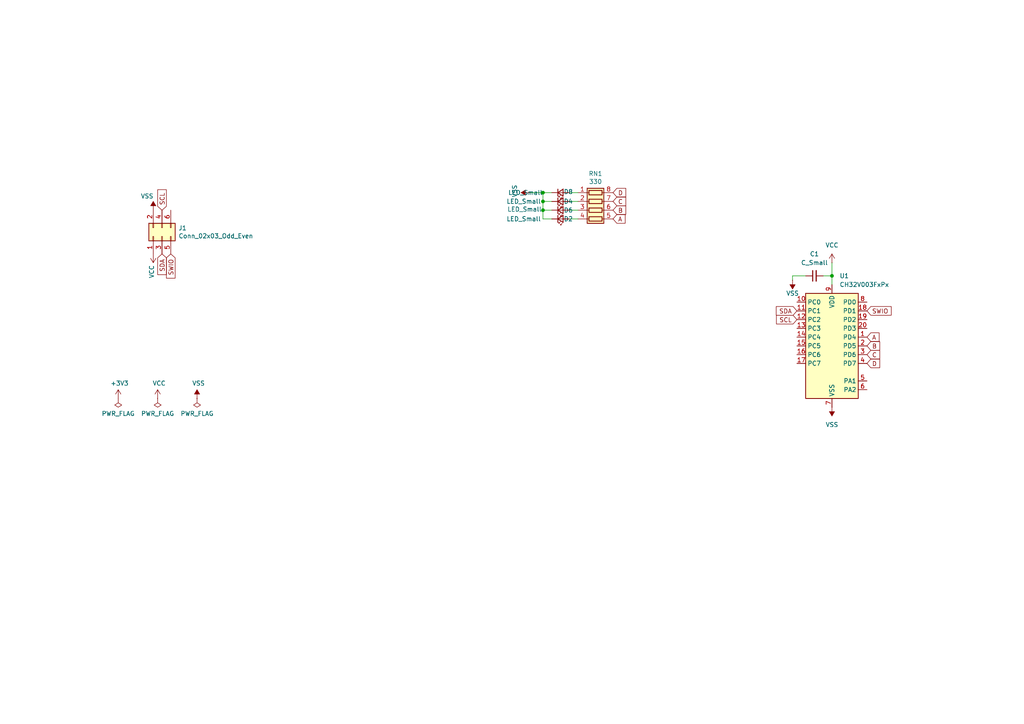
<source format=kicad_sch>
(kicad_sch
	(version 20250114)
	(generator "eeschema")
	(generator_version "9.0")
	(uuid "1ae8329c-8452-4f07-bddc-d8f19c58b895")
	(paper "A4")
	(lib_symbols
		(symbol "Connector_Generic:Conn_02x03_Odd_Even"
			(pin_names
				(offset 1.016)
				(hide yes)
			)
			(exclude_from_sim no)
			(in_bom yes)
			(on_board yes)
			(property "Reference" "J"
				(at 1.27 5.08 0)
				(effects
					(font
						(size 1.27 1.27)
					)
				)
			)
			(property "Value" "Conn_02x03_Odd_Even"
				(at 1.27 -5.08 0)
				(effects
					(font
						(size 1.27 1.27)
					)
				)
			)
			(property "Footprint" ""
				(at 0 0 0)
				(effects
					(font
						(size 1.27 1.27)
					)
					(hide yes)
				)
			)
			(property "Datasheet" "~"
				(at 0 0 0)
				(effects
					(font
						(size 1.27 1.27)
					)
					(hide yes)
				)
			)
			(property "Description" "Generic connector, double row, 02x03, odd/even pin numbering scheme (row 1 odd numbers, row 2 even numbers), script generated (kicad-library-utils/schlib/autogen/connector/)"
				(at 0 0 0)
				(effects
					(font
						(size 1.27 1.27)
					)
					(hide yes)
				)
			)
			(property "ki_keywords" "connector"
				(at 0 0 0)
				(effects
					(font
						(size 1.27 1.27)
					)
					(hide yes)
				)
			)
			(property "ki_fp_filters" "Connector*:*_2x??_*"
				(at 0 0 0)
				(effects
					(font
						(size 1.27 1.27)
					)
					(hide yes)
				)
			)
			(symbol "Conn_02x03_Odd_Even_1_1"
				(rectangle
					(start -1.27 3.81)
					(end 3.81 -3.81)
					(stroke
						(width 0.254)
						(type default)
					)
					(fill
						(type background)
					)
				)
				(rectangle
					(start -1.27 2.667)
					(end 0 2.413)
					(stroke
						(width 0.1524)
						(type default)
					)
					(fill
						(type none)
					)
				)
				(rectangle
					(start -1.27 0.127)
					(end 0 -0.127)
					(stroke
						(width 0.1524)
						(type default)
					)
					(fill
						(type none)
					)
				)
				(rectangle
					(start -1.27 -2.413)
					(end 0 -2.667)
					(stroke
						(width 0.1524)
						(type default)
					)
					(fill
						(type none)
					)
				)
				(rectangle
					(start 3.81 2.667)
					(end 2.54 2.413)
					(stroke
						(width 0.1524)
						(type default)
					)
					(fill
						(type none)
					)
				)
				(rectangle
					(start 3.81 0.127)
					(end 2.54 -0.127)
					(stroke
						(width 0.1524)
						(type default)
					)
					(fill
						(type none)
					)
				)
				(rectangle
					(start 3.81 -2.413)
					(end 2.54 -2.667)
					(stroke
						(width 0.1524)
						(type default)
					)
					(fill
						(type none)
					)
				)
				(pin passive line
					(at -5.08 2.54 0)
					(length 3.81)
					(name "Pin_1"
						(effects
							(font
								(size 1.27 1.27)
							)
						)
					)
					(number "1"
						(effects
							(font
								(size 1.27 1.27)
							)
						)
					)
				)
				(pin passive line
					(at -5.08 0 0)
					(length 3.81)
					(name "Pin_3"
						(effects
							(font
								(size 1.27 1.27)
							)
						)
					)
					(number "3"
						(effects
							(font
								(size 1.27 1.27)
							)
						)
					)
				)
				(pin passive line
					(at -5.08 -2.54 0)
					(length 3.81)
					(name "Pin_5"
						(effects
							(font
								(size 1.27 1.27)
							)
						)
					)
					(number "5"
						(effects
							(font
								(size 1.27 1.27)
							)
						)
					)
				)
				(pin passive line
					(at 7.62 2.54 180)
					(length 3.81)
					(name "Pin_2"
						(effects
							(font
								(size 1.27 1.27)
							)
						)
					)
					(number "2"
						(effects
							(font
								(size 1.27 1.27)
							)
						)
					)
				)
				(pin passive line
					(at 7.62 0 180)
					(length 3.81)
					(name "Pin_4"
						(effects
							(font
								(size 1.27 1.27)
							)
						)
					)
					(number "4"
						(effects
							(font
								(size 1.27 1.27)
							)
						)
					)
				)
				(pin passive line
					(at 7.62 -2.54 180)
					(length 3.81)
					(name "Pin_6"
						(effects
							(font
								(size 1.27 1.27)
							)
						)
					)
					(number "6"
						(effects
							(font
								(size 1.27 1.27)
							)
						)
					)
				)
			)
			(embedded_fonts no)
		)
		(symbol "Device:C_Small"
			(pin_numbers
				(hide yes)
			)
			(pin_names
				(offset 0.254)
				(hide yes)
			)
			(exclude_from_sim no)
			(in_bom yes)
			(on_board yes)
			(property "Reference" "C"
				(at 0.254 1.778 0)
				(effects
					(font
						(size 1.27 1.27)
					)
					(justify left)
				)
			)
			(property "Value" "C_Small"
				(at 0.254 -2.032 0)
				(effects
					(font
						(size 1.27 1.27)
					)
					(justify left)
				)
			)
			(property "Footprint" ""
				(at 0 0 0)
				(effects
					(font
						(size 1.27 1.27)
					)
					(hide yes)
				)
			)
			(property "Datasheet" "~"
				(at 0 0 0)
				(effects
					(font
						(size 1.27 1.27)
					)
					(hide yes)
				)
			)
			(property "Description" "Unpolarized capacitor, small symbol"
				(at 0 0 0)
				(effects
					(font
						(size 1.27 1.27)
					)
					(hide yes)
				)
			)
			(property "ki_keywords" "capacitor cap"
				(at 0 0 0)
				(effects
					(font
						(size 1.27 1.27)
					)
					(hide yes)
				)
			)
			(property "ki_fp_filters" "C_*"
				(at 0 0 0)
				(effects
					(font
						(size 1.27 1.27)
					)
					(hide yes)
				)
			)
			(symbol "C_Small_0_1"
				(polyline
					(pts
						(xy -1.524 0.508) (xy 1.524 0.508)
					)
					(stroke
						(width 0.3048)
						(type default)
					)
					(fill
						(type none)
					)
				)
				(polyline
					(pts
						(xy -1.524 -0.508) (xy 1.524 -0.508)
					)
					(stroke
						(width 0.3302)
						(type default)
					)
					(fill
						(type none)
					)
				)
			)
			(symbol "C_Small_1_1"
				(pin passive line
					(at 0 2.54 270)
					(length 2.032)
					(name "~"
						(effects
							(font
								(size 1.27 1.27)
							)
						)
					)
					(number "1"
						(effects
							(font
								(size 1.27 1.27)
							)
						)
					)
				)
				(pin passive line
					(at 0 -2.54 90)
					(length 2.032)
					(name "~"
						(effects
							(font
								(size 1.27 1.27)
							)
						)
					)
					(number "2"
						(effects
							(font
								(size 1.27 1.27)
							)
						)
					)
				)
			)
			(embedded_fonts no)
		)
		(symbol "Device:LED_Small"
			(pin_numbers
				(hide yes)
			)
			(pin_names
				(offset 0.254)
				(hide yes)
			)
			(exclude_from_sim no)
			(in_bom yes)
			(on_board yes)
			(property "Reference" "D"
				(at -1.27 3.175 0)
				(effects
					(font
						(size 1.27 1.27)
					)
					(justify left)
				)
			)
			(property "Value" "LED_Small"
				(at -4.445 -2.54 0)
				(effects
					(font
						(size 1.27 1.27)
					)
					(justify left)
				)
			)
			(property "Footprint" ""
				(at 0 0 90)
				(effects
					(font
						(size 1.27 1.27)
					)
					(hide yes)
				)
			)
			(property "Datasheet" "~"
				(at 0 0 90)
				(effects
					(font
						(size 1.27 1.27)
					)
					(hide yes)
				)
			)
			(property "Description" "Light emitting diode, small symbol"
				(at 0 0 0)
				(effects
					(font
						(size 1.27 1.27)
					)
					(hide yes)
				)
			)
			(property "Sim.Pin" "1=K 2=A"
				(at 0 0 0)
				(effects
					(font
						(size 1.27 1.27)
					)
					(hide yes)
				)
			)
			(property "ki_keywords" "LED diode light-emitting-diode"
				(at 0 0 0)
				(effects
					(font
						(size 1.27 1.27)
					)
					(hide yes)
				)
			)
			(property "ki_fp_filters" "LED* LED_SMD:* LED_THT:*"
				(at 0 0 0)
				(effects
					(font
						(size 1.27 1.27)
					)
					(hide yes)
				)
			)
			(symbol "LED_Small_0_1"
				(polyline
					(pts
						(xy -0.762 -1.016) (xy -0.762 1.016)
					)
					(stroke
						(width 0.254)
						(type default)
					)
					(fill
						(type none)
					)
				)
				(polyline
					(pts
						(xy 0 0.762) (xy -0.508 1.27) (xy -0.254 1.27) (xy -0.508 1.27) (xy -0.508 1.016)
					)
					(stroke
						(width 0)
						(type default)
					)
					(fill
						(type none)
					)
				)
				(polyline
					(pts
						(xy 0.508 1.27) (xy 0 1.778) (xy 0.254 1.778) (xy 0 1.778) (xy 0 1.524)
					)
					(stroke
						(width 0)
						(type default)
					)
					(fill
						(type none)
					)
				)
				(polyline
					(pts
						(xy 0.762 -1.016) (xy -0.762 0) (xy 0.762 1.016) (xy 0.762 -1.016)
					)
					(stroke
						(width 0.254)
						(type default)
					)
					(fill
						(type none)
					)
				)
				(polyline
					(pts
						(xy 1.016 0) (xy -0.762 0)
					)
					(stroke
						(width 0)
						(type default)
					)
					(fill
						(type none)
					)
				)
			)
			(symbol "LED_Small_1_1"
				(pin passive line
					(at -2.54 0 0)
					(length 1.778)
					(name "K"
						(effects
							(font
								(size 1.27 1.27)
							)
						)
					)
					(number "1"
						(effects
							(font
								(size 1.27 1.27)
							)
						)
					)
				)
				(pin passive line
					(at 2.54 0 180)
					(length 1.778)
					(name "A"
						(effects
							(font
								(size 1.27 1.27)
							)
						)
					)
					(number "2"
						(effects
							(font
								(size 1.27 1.27)
							)
						)
					)
				)
			)
			(embedded_fonts no)
		)
		(symbol "Device:R_Pack04"
			(pin_names
				(offset 0)
				(hide yes)
			)
			(exclude_from_sim no)
			(in_bom yes)
			(on_board yes)
			(property "Reference" "RN"
				(at -7.62 0 90)
				(effects
					(font
						(size 1.27 1.27)
					)
				)
			)
			(property "Value" "R_Pack04"
				(at 5.08 0 90)
				(effects
					(font
						(size 1.27 1.27)
					)
				)
			)
			(property "Footprint" ""
				(at 6.985 0 90)
				(effects
					(font
						(size 1.27 1.27)
					)
					(hide yes)
				)
			)
			(property "Datasheet" "~"
				(at 0 0 0)
				(effects
					(font
						(size 1.27 1.27)
					)
					(hide yes)
				)
			)
			(property "Description" "4 resistor network, parallel topology"
				(at 0 0 0)
				(effects
					(font
						(size 1.27 1.27)
					)
					(hide yes)
				)
			)
			(property "ki_keywords" "R network parallel topology isolated"
				(at 0 0 0)
				(effects
					(font
						(size 1.27 1.27)
					)
					(hide yes)
				)
			)
			(property "ki_fp_filters" "DIP* SOIC* R*Array*Concave* R*Array*Convex* MSOP*"
				(at 0 0 0)
				(effects
					(font
						(size 1.27 1.27)
					)
					(hide yes)
				)
			)
			(symbol "R_Pack04_0_1"
				(rectangle
					(start -6.35 -2.413)
					(end 3.81 2.413)
					(stroke
						(width 0.254)
						(type default)
					)
					(fill
						(type background)
					)
				)
				(rectangle
					(start -5.715 1.905)
					(end -4.445 -1.905)
					(stroke
						(width 0.254)
						(type default)
					)
					(fill
						(type none)
					)
				)
				(polyline
					(pts
						(xy -5.08 1.905) (xy -5.08 2.54)
					)
					(stroke
						(width 0)
						(type default)
					)
					(fill
						(type none)
					)
				)
				(polyline
					(pts
						(xy -5.08 -2.54) (xy -5.08 -1.905)
					)
					(stroke
						(width 0)
						(type default)
					)
					(fill
						(type none)
					)
				)
				(rectangle
					(start -3.175 1.905)
					(end -1.905 -1.905)
					(stroke
						(width 0.254)
						(type default)
					)
					(fill
						(type none)
					)
				)
				(polyline
					(pts
						(xy -2.54 1.905) (xy -2.54 2.54)
					)
					(stroke
						(width 0)
						(type default)
					)
					(fill
						(type none)
					)
				)
				(polyline
					(pts
						(xy -2.54 -2.54) (xy -2.54 -1.905)
					)
					(stroke
						(width 0)
						(type default)
					)
					(fill
						(type none)
					)
				)
				(rectangle
					(start -0.635 1.905)
					(end 0.635 -1.905)
					(stroke
						(width 0.254)
						(type default)
					)
					(fill
						(type none)
					)
				)
				(polyline
					(pts
						(xy 0 1.905) (xy 0 2.54)
					)
					(stroke
						(width 0)
						(type default)
					)
					(fill
						(type none)
					)
				)
				(polyline
					(pts
						(xy 0 -2.54) (xy 0 -1.905)
					)
					(stroke
						(width 0)
						(type default)
					)
					(fill
						(type none)
					)
				)
				(rectangle
					(start 1.905 1.905)
					(end 3.175 -1.905)
					(stroke
						(width 0.254)
						(type default)
					)
					(fill
						(type none)
					)
				)
				(polyline
					(pts
						(xy 2.54 1.905) (xy 2.54 2.54)
					)
					(stroke
						(width 0)
						(type default)
					)
					(fill
						(type none)
					)
				)
				(polyline
					(pts
						(xy 2.54 -2.54) (xy 2.54 -1.905)
					)
					(stroke
						(width 0)
						(type default)
					)
					(fill
						(type none)
					)
				)
			)
			(symbol "R_Pack04_1_1"
				(pin passive line
					(at -5.08 5.08 270)
					(length 2.54)
					(name "R1.2"
						(effects
							(font
								(size 1.27 1.27)
							)
						)
					)
					(number "8"
						(effects
							(font
								(size 1.27 1.27)
							)
						)
					)
				)
				(pin passive line
					(at -5.08 -5.08 90)
					(length 2.54)
					(name "R1.1"
						(effects
							(font
								(size 1.27 1.27)
							)
						)
					)
					(number "1"
						(effects
							(font
								(size 1.27 1.27)
							)
						)
					)
				)
				(pin passive line
					(at -2.54 5.08 270)
					(length 2.54)
					(name "R2.2"
						(effects
							(font
								(size 1.27 1.27)
							)
						)
					)
					(number "7"
						(effects
							(font
								(size 1.27 1.27)
							)
						)
					)
				)
				(pin passive line
					(at -2.54 -5.08 90)
					(length 2.54)
					(name "R2.1"
						(effects
							(font
								(size 1.27 1.27)
							)
						)
					)
					(number "2"
						(effects
							(font
								(size 1.27 1.27)
							)
						)
					)
				)
				(pin passive line
					(at 0 5.08 270)
					(length 2.54)
					(name "R3.2"
						(effects
							(font
								(size 1.27 1.27)
							)
						)
					)
					(number "6"
						(effects
							(font
								(size 1.27 1.27)
							)
						)
					)
				)
				(pin passive line
					(at 0 -5.08 90)
					(length 2.54)
					(name "R3.1"
						(effects
							(font
								(size 1.27 1.27)
							)
						)
					)
					(number "3"
						(effects
							(font
								(size 1.27 1.27)
							)
						)
					)
				)
				(pin passive line
					(at 2.54 5.08 270)
					(length 2.54)
					(name "R4.2"
						(effects
							(font
								(size 1.27 1.27)
							)
						)
					)
					(number "5"
						(effects
							(font
								(size 1.27 1.27)
							)
						)
					)
				)
				(pin passive line
					(at 2.54 -5.08 90)
					(length 2.54)
					(name "R4.1"
						(effects
							(font
								(size 1.27 1.27)
							)
						)
					)
					(number "4"
						(effects
							(font
								(size 1.27 1.27)
							)
						)
					)
				)
			)
			(embedded_fonts no)
		)
		(symbol "MCU_WCH_CH32V0:CH32V003FxPx"
			(exclude_from_sim no)
			(in_bom yes)
			(on_board yes)
			(property "Reference" "U"
				(at -7.62 17.78 0)
				(effects
					(font
						(size 1.27 1.27)
					)
				)
			)
			(property "Value" "CH32V003FxPx"
				(at 7.62 17.78 0)
				(effects
					(font
						(size 1.27 1.27)
					)
				)
			)
			(property "Footprint" "Package_SO:TSSOP-20_4.4x6.5mm_P0.65mm"
				(at -1.27 0 0)
				(effects
					(font
						(size 1.27 1.27)
					)
					(hide yes)
				)
			)
			(property "Datasheet" "https://www.wch-ic.com/products/CH32V003.html"
				(at -1.27 0 0)
				(effects
					(font
						(size 1.27 1.27)
					)
					(hide yes)
				)
			)
			(property "Description" "CH32V003 series are industrial-grade general-purpose microcontrollers designed based on 32-bit RISC-V instruction set and architecture. It adopts QingKe V2A core, RV32EC instruction set, and supports 2 levels of interrupt nesting. The series are mounted with rich peripheral interfaces and function modules. Its internal organizational structure meets the low-cost and low-power embedded application scenarios."
				(at 0 0 0)
				(effects
					(font
						(size 1.27 1.27)
					)
					(hide yes)
				)
			)
			(property "ki_keywords" "microcontroller wch RISC-V"
				(at 0 0 0)
				(effects
					(font
						(size 1.27 1.27)
					)
					(hide yes)
				)
			)
			(property "ki_fp_filters" "TSSOP*4.4x6.5mm*P0.65mm*"
				(at 0 0 0)
				(effects
					(font
						(size 1.27 1.27)
					)
					(hide yes)
				)
			)
			(symbol "CH32V003FxPx_1_1"
				(rectangle
					(start -7.62 15.24)
					(end 7.62 -15.24)
					(stroke
						(width 0.254)
						(type default)
					)
					(fill
						(type background)
					)
				)
				(pin bidirectional line
					(at -10.16 12.7 0)
					(length 2.54)
					(name "PC0"
						(effects
							(font
								(size 1.27 1.27)
							)
						)
					)
					(number "10"
						(effects
							(font
								(size 1.27 1.27)
							)
						)
					)
					(alternate "NSS_1" bidirectional line)
					(alternate "T1CH3_1" bidirectional line)
					(alternate "T2CH3" bidirectional line)
					(alternate "T2CH3_2" bidirectional line)
					(alternate "UTX_3" bidirectional line)
				)
				(pin bidirectional line
					(at -10.16 10.16 0)
					(length 2.54)
					(name "PC1"
						(effects
							(font
								(size 1.27 1.27)
							)
						)
					)
					(number "11"
						(effects
							(font
								(size 1.27 1.27)
							)
						)
					)
					(alternate "NSS" bidirectional line)
					(alternate "SDA" bidirectional line)
					(alternate "T1BKIN_1" bidirectional line)
					(alternate "T1BKIN_3" bidirectional line)
					(alternate "T2CH1ETR_2" bidirectional line)
					(alternate "T2CH1ETR_3" bidirectional line)
					(alternate "T2CH4_1" bidirectional line)
					(alternate "URX_3" bidirectional line)
				)
				(pin bidirectional line
					(at -10.16 7.62 0)
					(length 2.54)
					(name "PC2"
						(effects
							(font
								(size 1.27 1.27)
							)
						)
					)
					(number "12"
						(effects
							(font
								(size 1.27 1.27)
							)
						)
					)
					(alternate "AETR_1" bidirectional line)
					(alternate "SCL" bidirectional line)
					(alternate "T1BKIN" bidirectional line)
					(alternate "T1BKIN_2" bidirectional line)
					(alternate "T1ETR_3" bidirectional line)
					(alternate "T2CH2_1" bidirectional line)
					(alternate "URTS" bidirectional line)
					(alternate "URTS_1" bidirectional line)
				)
				(pin bidirectional line
					(at -10.16 5.08 0)
					(length 2.54)
					(name "PC3"
						(effects
							(font
								(size 1.27 1.27)
							)
						)
					)
					(number "13"
						(effects
							(font
								(size 1.27 1.27)
							)
						)
					)
					(alternate "T1CH1N_1" bidirectional line)
					(alternate "T1CH1N_3" bidirectional line)
					(alternate "T1CH3" bidirectional line)
					(alternate "T1CH3_2" bidirectional line)
					(alternate "UCTS_1" bidirectional line)
				)
				(pin bidirectional line
					(at -10.16 2.54 0)
					(length 2.54)
					(name "PC4"
						(effects
							(font
								(size 1.27 1.27)
							)
						)
					)
					(number "14"
						(effects
							(font
								(size 1.27 1.27)
							)
						)
					)
					(alternate "A2" bidirectional line)
					(alternate "MCO" bidirectional line)
					(alternate "T1CH1_3" bidirectional line)
					(alternate "T1CH2N_1" bidirectional line)
					(alternate "T1CH4" bidirectional line)
					(alternate "T1CH4_2" bidirectional line)
				)
				(pin bidirectional line
					(at -10.16 0 0)
					(length 2.54)
					(name "PC5"
						(effects
							(font
								(size 1.27 1.27)
							)
						)
					)
					(number "15"
						(effects
							(font
								(size 1.27 1.27)
							)
						)
					)
					(alternate "SCK" bidirectional line)
					(alternate "SCK_1" bidirectional line)
					(alternate "SCL_2" bidirectional line)
					(alternate "SCL_3" bidirectional line)
					(alternate "T1CH3_3" bidirectional line)
					(alternate "T1ETR" bidirectional line)
					(alternate "T1ETR_1" bidirectional line)
					(alternate "T2CH1ETR_1" bidirectional line)
					(alternate "UCK_3" bidirectional line)
				)
				(pin bidirectional line
					(at -10.16 -2.54 0)
					(length 2.54)
					(name "PC6"
						(effects
							(font
								(size 1.27 1.27)
							)
						)
					)
					(number "16"
						(effects
							(font
								(size 1.27 1.27)
							)
						)
					)
					(alternate "MOSI" bidirectional line)
					(alternate "MOSI_1" bidirectional line)
					(alternate "SDA_2" bidirectional line)
					(alternate "SDA_3" bidirectional line)
					(alternate "T1CH1_1" bidirectional line)
					(alternate "T1CH3N_3" bidirectional line)
					(alternate "UCTS_2" bidirectional line)
					(alternate "UCTS_3" bidirectional line)
				)
				(pin bidirectional line
					(at -10.16 -5.08 0)
					(length 2.54)
					(name "PC7"
						(effects
							(font
								(size 1.27 1.27)
							)
						)
					)
					(number "17"
						(effects
							(font
								(size 1.27 1.27)
							)
						)
					)
					(alternate "MISO" bidirectional line)
					(alternate "MISO_1" bidirectional line)
					(alternate "T1CH2_1" bidirectional line)
					(alternate "T1CH2_3" bidirectional line)
					(alternate "T2CH2_3" bidirectional line)
					(alternate "URTS_2" bidirectional line)
					(alternate "URTS_3" bidirectional line)
				)
				(pin power_in line
					(at 0 17.78 270)
					(length 2.54)
					(name "VDD"
						(effects
							(font
								(size 1.27 1.27)
							)
						)
					)
					(number "9"
						(effects
							(font
								(size 1.27 1.27)
							)
						)
					)
				)
				(pin power_in line
					(at 0 -17.78 90)
					(length 2.54)
					(name "VSS"
						(effects
							(font
								(size 1.27 1.27)
							)
						)
					)
					(number "7"
						(effects
							(font
								(size 1.27 1.27)
							)
						)
					)
				)
				(pin bidirectional line
					(at 10.16 12.7 180)
					(length 2.54)
					(name "PD0"
						(effects
							(font
								(size 1.27 1.27)
							)
						)
					)
					(number "8"
						(effects
							(font
								(size 1.27 1.27)
							)
						)
					)
					(alternate "OPN1" bidirectional line)
					(alternate "SDA_1" bidirectional line)
					(alternate "TICH1N" bidirectional line)
					(alternate "TICH1N_2" bidirectional line)
					(alternate "UTX_1" bidirectional line)
				)
				(pin bidirectional line
					(at 10.16 10.16 180)
					(length 2.54)
					(name "PD1"
						(effects
							(font
								(size 1.27 1.27)
							)
						)
					)
					(number "18"
						(effects
							(font
								(size 1.27 1.27)
							)
						)
					)
					(alternate "AETR2" bidirectional line)
					(alternate "SCL_1" bidirectional line)
					(alternate "SWIO" bidirectional line)
					(alternate "T1CH3N" bidirectional line)
					(alternate "T1CH3N_1" bidirectional line)
					(alternate "T1CH3N_2" bidirectional line)
					(alternate "URX_1" bidirectional line)
				)
				(pin bidirectional line
					(at 10.16 7.62 180)
					(length 2.54)
					(name "PD2"
						(effects
							(font
								(size 1.27 1.27)
							)
						)
					)
					(number "19"
						(effects
							(font
								(size 1.27 1.27)
							)
						)
					)
					(alternate "A3" bidirectional line)
					(alternate "T1CH1" bidirectional line)
					(alternate "T1CH1_2" bidirectional line)
					(alternate "T1CH2N_3" bidirectional line)
					(alternate "T2CH3_1" bidirectional line)
				)
				(pin bidirectional line
					(at 10.16 5.08 180)
					(length 2.54)
					(name "PD3"
						(effects
							(font
								(size 1.27 1.27)
							)
						)
					)
					(number "20"
						(effects
							(font
								(size 1.27 1.27)
							)
						)
					)
					(alternate "A4" bidirectional line)
					(alternate "AETR" bidirectional line)
					(alternate "T1CH4_1" bidirectional line)
					(alternate "T2CH2" bidirectional line)
					(alternate "T2CH2_2" bidirectional line)
					(alternate "UCTS" bidirectional line)
				)
				(pin bidirectional line
					(at 10.16 2.54 180)
					(length 2.54)
					(name "PD4"
						(effects
							(font
								(size 1.27 1.27)
							)
						)
					)
					(number "1"
						(effects
							(font
								(size 1.27 1.27)
							)
						)
					)
					(alternate "A7" bidirectional line)
					(alternate "OPO" bidirectional line)
					(alternate "T1CH4_3" bidirectional line)
					(alternate "T2CH1ETR" bidirectional line)
					(alternate "TIETR_2" bidirectional line)
					(alternate "UCK" bidirectional line)
				)
				(pin bidirectional line
					(at 10.16 0 180)
					(length 2.54)
					(name "PD5"
						(effects
							(font
								(size 1.27 1.27)
							)
						)
					)
					(number "2"
						(effects
							(font
								(size 1.27 1.27)
							)
						)
					)
					(alternate "A5" bidirectional line)
					(alternate "T2CH4_3" bidirectional line)
					(alternate "URX_2" bidirectional line)
					(alternate "UTX" bidirectional line)
				)
				(pin bidirectional line
					(at 10.16 -2.54 180)
					(length 2.54)
					(name "PD6"
						(effects
							(font
								(size 1.27 1.27)
							)
						)
					)
					(number "3"
						(effects
							(font
								(size 1.27 1.27)
							)
						)
					)
					(alternate "A6" bidirectional line)
					(alternate "T2CH3_3" bidirectional line)
					(alternate "URX" bidirectional line)
					(alternate "UTX_2" bidirectional line)
				)
				(pin bidirectional line
					(at 10.16 -5.08 180)
					(length 2.54)
					(name "PD7"
						(effects
							(font
								(size 1.27 1.27)
							)
						)
					)
					(number "4"
						(effects
							(font
								(size 1.27 1.27)
							)
						)
					)
					(alternate "NRST" bidirectional line)
					(alternate "OPP1" bidirectional line)
					(alternate "T2CH4" bidirectional line)
					(alternate "T2CH4_2" bidirectional line)
					(alternate "UCK_1" bidirectional line)
					(alternate "UCK_2" bidirectional line)
				)
				(pin bidirectional line
					(at 10.16 -10.16 180)
					(length 2.54)
					(name "PA1"
						(effects
							(font
								(size 1.27 1.27)
							)
						)
					)
					(number "5"
						(effects
							(font
								(size 1.27 1.27)
							)
						)
					)
					(alternate "A1" bidirectional line)
					(alternate "OPN0" bidirectional line)
					(alternate "OSCI" bidirectional line)
					(alternate "T1CH2" bidirectional line)
					(alternate "T1CH2_2" bidirectional line)
				)
				(pin bidirectional line
					(at 10.16 -12.7 180)
					(length 2.54)
					(name "PA2"
						(effects
							(font
								(size 1.27 1.27)
							)
						)
					)
					(number "6"
						(effects
							(font
								(size 1.27 1.27)
							)
						)
					)
					(alternate "A0" bidirectional line)
					(alternate "AETR2_1" bidirectional line)
					(alternate "OPP0" bidirectional line)
					(alternate "OSCO" bidirectional line)
					(alternate "TICH2N" bidirectional line)
					(alternate "TICH2N_2" bidirectional line)
				)
			)
			(embedded_fonts no)
		)
		(symbol "power:+3V3"
			(power)
			(pin_numbers
				(hide yes)
			)
			(pin_names
				(offset 0)
				(hide yes)
			)
			(exclude_from_sim no)
			(in_bom yes)
			(on_board yes)
			(property "Reference" "#PWR"
				(at 0 -3.81 0)
				(effects
					(font
						(size 1.27 1.27)
					)
					(hide yes)
				)
			)
			(property "Value" "+3V3"
				(at 0 3.556 0)
				(effects
					(font
						(size 1.27 1.27)
					)
				)
			)
			(property "Footprint" ""
				(at 0 0 0)
				(effects
					(font
						(size 1.27 1.27)
					)
					(hide yes)
				)
			)
			(property "Datasheet" ""
				(at 0 0 0)
				(effects
					(font
						(size 1.27 1.27)
					)
					(hide yes)
				)
			)
			(property "Description" "Power symbol creates a global label with name \"+3V3\""
				(at 0 0 0)
				(effects
					(font
						(size 1.27 1.27)
					)
					(hide yes)
				)
			)
			(property "ki_keywords" "global power"
				(at 0 0 0)
				(effects
					(font
						(size 1.27 1.27)
					)
					(hide yes)
				)
			)
			(symbol "+3V3_0_1"
				(polyline
					(pts
						(xy -0.762 1.27) (xy 0 2.54)
					)
					(stroke
						(width 0)
						(type default)
					)
					(fill
						(type none)
					)
				)
				(polyline
					(pts
						(xy 0 2.54) (xy 0.762 1.27)
					)
					(stroke
						(width 0)
						(type default)
					)
					(fill
						(type none)
					)
				)
				(polyline
					(pts
						(xy 0 0) (xy 0 2.54)
					)
					(stroke
						(width 0)
						(type default)
					)
					(fill
						(type none)
					)
				)
			)
			(symbol "+3V3_1_1"
				(pin power_in line
					(at 0 0 90)
					(length 0)
					(name "~"
						(effects
							(font
								(size 1.27 1.27)
							)
						)
					)
					(number "1"
						(effects
							(font
								(size 1.27 1.27)
							)
						)
					)
				)
			)
			(embedded_fonts no)
		)
		(symbol "power:PWR_FLAG"
			(power)
			(pin_numbers
				(hide yes)
			)
			(pin_names
				(offset 0)
				(hide yes)
			)
			(exclude_from_sim no)
			(in_bom yes)
			(on_board yes)
			(property "Reference" "#FLG"
				(at 0 1.905 0)
				(effects
					(font
						(size 1.27 1.27)
					)
					(hide yes)
				)
			)
			(property "Value" "PWR_FLAG"
				(at 0 3.81 0)
				(effects
					(font
						(size 1.27 1.27)
					)
				)
			)
			(property "Footprint" ""
				(at 0 0 0)
				(effects
					(font
						(size 1.27 1.27)
					)
					(hide yes)
				)
			)
			(property "Datasheet" "~"
				(at 0 0 0)
				(effects
					(font
						(size 1.27 1.27)
					)
					(hide yes)
				)
			)
			(property "Description" "Special symbol for telling ERC where power comes from"
				(at 0 0 0)
				(effects
					(font
						(size 1.27 1.27)
					)
					(hide yes)
				)
			)
			(property "ki_keywords" "flag power"
				(at 0 0 0)
				(effects
					(font
						(size 1.27 1.27)
					)
					(hide yes)
				)
			)
			(symbol "PWR_FLAG_0_0"
				(pin power_out line
					(at 0 0 90)
					(length 0)
					(name "~"
						(effects
							(font
								(size 1.27 1.27)
							)
						)
					)
					(number "1"
						(effects
							(font
								(size 1.27 1.27)
							)
						)
					)
				)
			)
			(symbol "PWR_FLAG_0_1"
				(polyline
					(pts
						(xy 0 0) (xy 0 1.27) (xy -1.016 1.905) (xy 0 2.54) (xy 1.016 1.905) (xy 0 1.27)
					)
					(stroke
						(width 0)
						(type default)
					)
					(fill
						(type none)
					)
				)
			)
			(embedded_fonts no)
		)
		(symbol "power:VCC"
			(power)
			(pin_numbers
				(hide yes)
			)
			(pin_names
				(offset 0)
				(hide yes)
			)
			(exclude_from_sim no)
			(in_bom yes)
			(on_board yes)
			(property "Reference" "#PWR"
				(at 0 -3.81 0)
				(effects
					(font
						(size 1.27 1.27)
					)
					(hide yes)
				)
			)
			(property "Value" "VCC"
				(at 0 3.556 0)
				(effects
					(font
						(size 1.27 1.27)
					)
				)
			)
			(property "Footprint" ""
				(at 0 0 0)
				(effects
					(font
						(size 1.27 1.27)
					)
					(hide yes)
				)
			)
			(property "Datasheet" ""
				(at 0 0 0)
				(effects
					(font
						(size 1.27 1.27)
					)
					(hide yes)
				)
			)
			(property "Description" "Power symbol creates a global label with name \"VCC\""
				(at 0 0 0)
				(effects
					(font
						(size 1.27 1.27)
					)
					(hide yes)
				)
			)
			(property "ki_keywords" "global power"
				(at 0 0 0)
				(effects
					(font
						(size 1.27 1.27)
					)
					(hide yes)
				)
			)
			(symbol "VCC_0_1"
				(polyline
					(pts
						(xy -0.762 1.27) (xy 0 2.54)
					)
					(stroke
						(width 0)
						(type default)
					)
					(fill
						(type none)
					)
				)
				(polyline
					(pts
						(xy 0 2.54) (xy 0.762 1.27)
					)
					(stroke
						(width 0)
						(type default)
					)
					(fill
						(type none)
					)
				)
				(polyline
					(pts
						(xy 0 0) (xy 0 2.54)
					)
					(stroke
						(width 0)
						(type default)
					)
					(fill
						(type none)
					)
				)
			)
			(symbol "VCC_1_1"
				(pin power_in line
					(at 0 0 90)
					(length 0)
					(name "~"
						(effects
							(font
								(size 1.27 1.27)
							)
						)
					)
					(number "1"
						(effects
							(font
								(size 1.27 1.27)
							)
						)
					)
				)
			)
			(embedded_fonts no)
		)
		(symbol "power:VSS"
			(power)
			(pin_numbers
				(hide yes)
			)
			(pin_names
				(offset 0)
				(hide yes)
			)
			(exclude_from_sim no)
			(in_bom yes)
			(on_board yes)
			(property "Reference" "#PWR"
				(at 0 -3.81 0)
				(effects
					(font
						(size 1.27 1.27)
					)
					(hide yes)
				)
			)
			(property "Value" "VSS"
				(at 0 3.556 0)
				(effects
					(font
						(size 1.27 1.27)
					)
				)
			)
			(property "Footprint" ""
				(at 0 0 0)
				(effects
					(font
						(size 1.27 1.27)
					)
					(hide yes)
				)
			)
			(property "Datasheet" ""
				(at 0 0 0)
				(effects
					(font
						(size 1.27 1.27)
					)
					(hide yes)
				)
			)
			(property "Description" "Power symbol creates a global label with name \"VSS\""
				(at 0 0 0)
				(effects
					(font
						(size 1.27 1.27)
					)
					(hide yes)
				)
			)
			(property "ki_keywords" "global power"
				(at 0 0 0)
				(effects
					(font
						(size 1.27 1.27)
					)
					(hide yes)
				)
			)
			(symbol "VSS_0_1"
				(polyline
					(pts
						(xy 0 0) (xy 0 2.54)
					)
					(stroke
						(width 0)
						(type default)
					)
					(fill
						(type none)
					)
				)
				(polyline
					(pts
						(xy 0.762 1.27) (xy -0.762 1.27) (xy 0 2.54) (xy 0.762 1.27)
					)
					(stroke
						(width 0)
						(type default)
					)
					(fill
						(type outline)
					)
				)
			)
			(symbol "VSS_1_1"
				(pin power_in line
					(at 0 0 90)
					(length 0)
					(name "~"
						(effects
							(font
								(size 1.27 1.27)
							)
						)
					)
					(number "1"
						(effects
							(font
								(size 1.27 1.27)
							)
						)
					)
				)
			)
			(embedded_fonts no)
		)
	)
	(junction
		(at 157.48 55.88)
		(diameter 0)
		(color 0 0 0 0)
		(uuid "19898565-f636-434f-bddd-8538a2fc4494")
	)
	(junction
		(at 157.48 58.42)
		(diameter 0)
		(color 0 0 0 0)
		(uuid "292c5dd6-b928-4f83-a78e-42557d2cc42d")
	)
	(junction
		(at 241.3 80.01)
		(diameter 0)
		(color 0 0 0 0)
		(uuid "6b6b1012-3282-48dc-aa49-c844c41bc3dc")
	)
	(junction
		(at 157.48 60.96)
		(diameter 0)
		(color 0 0 0 0)
		(uuid "f5a0b670-2b1c-406a-a4f5-81a4a892c06b")
	)
	(wire
		(pts
			(xy 229.87 81.28) (xy 229.87 80.01)
		)
		(stroke
			(width 0)
			(type default)
		)
		(uuid "0261c944-5b36-49d2-a2f9-9a0a78dbc5d4")
	)
	(wire
		(pts
			(xy 238.76 80.01) (xy 241.3 80.01)
		)
		(stroke
			(width 0)
			(type default)
		)
		(uuid "0ca7865f-3e4a-40a7-9244-33ca242509d9")
	)
	(wire
		(pts
			(xy 157.48 60.96) (xy 157.48 63.5)
		)
		(stroke
			(width 0)
			(type default)
		)
		(uuid "102060bc-f1e6-4976-b246-9a1696934677")
	)
	(wire
		(pts
			(xy 165.1 60.96) (xy 167.64 60.96)
		)
		(stroke
			(width 0)
			(type default)
		)
		(uuid "179b1270-7dab-466e-9f44-ae66c352b0a8")
	)
	(wire
		(pts
			(xy 241.3 80.01) (xy 241.3 82.55)
		)
		(stroke
			(width 0)
			(type default)
		)
		(uuid "2839e602-1998-4fa7-a675-cc6fbb9cf87b")
	)
	(wire
		(pts
			(xy 157.48 55.88) (xy 160.02 55.88)
		)
		(stroke
			(width 0)
			(type default)
		)
		(uuid "42b50807-3014-4e5b-b391-4558466f863b")
	)
	(wire
		(pts
			(xy 157.48 60.96) (xy 160.02 60.96)
		)
		(stroke
			(width 0)
			(type default)
		)
		(uuid "45267383-9e11-4b1e-aa42-787f0fae6918")
	)
	(wire
		(pts
			(xy 165.1 63.5) (xy 167.64 63.5)
		)
		(stroke
			(width 0)
			(type default)
		)
		(uuid "57948dec-3ca6-4214-a3b3-da6e817a5308")
	)
	(wire
		(pts
			(xy 165.1 58.42) (xy 167.64 58.42)
		)
		(stroke
			(width 0)
			(type default)
		)
		(uuid "6b0599c1-8169-40d0-b989-e8dc2421d46e")
	)
	(wire
		(pts
			(xy 157.48 58.42) (xy 157.48 60.96)
		)
		(stroke
			(width 0)
			(type default)
		)
		(uuid "7cc9bcb4-d78c-4568-a019-2a7876f51172")
	)
	(wire
		(pts
			(xy 165.1 55.88) (xy 167.64 55.88)
		)
		(stroke
			(width 0)
			(type default)
		)
		(uuid "85c11866-786f-4236-8f4d-55ef2a01cdae")
	)
	(wire
		(pts
			(xy 241.3 76.2) (xy 241.3 80.01)
		)
		(stroke
			(width 0)
			(type default)
		)
		(uuid "994eb1a8-013c-4ce6-88c4-96c0d58d874a")
	)
	(wire
		(pts
			(xy 229.87 80.01) (xy 233.68 80.01)
		)
		(stroke
			(width 0)
			(type default)
		)
		(uuid "b026e410-b535-4647-a4ab-c74f781b1c80")
	)
	(wire
		(pts
			(xy 157.48 55.88) (xy 157.48 58.42)
		)
		(stroke
			(width 0)
			(type default)
		)
		(uuid "b87714bf-2a28-475b-870b-435627344e7d")
	)
	(wire
		(pts
			(xy 157.48 63.5) (xy 160.02 63.5)
		)
		(stroke
			(width 0)
			(type default)
		)
		(uuid "c5b5b57f-b262-4579-b9f2-1000a2181811")
	)
	(wire
		(pts
			(xy 157.48 58.42) (xy 160.02 58.42)
		)
		(stroke
			(width 0)
			(type default)
		)
		(uuid "ce889670-a254-469e-b748-ce082c206173")
	)
	(wire
		(pts
			(xy 153.67 55.88) (xy 157.48 55.88)
		)
		(stroke
			(width 0)
			(type default)
		)
		(uuid "f198aea5-299a-4af8-86ff-6018419cd680")
	)
	(global_label "C"
		(shape input)
		(at 177.8 58.42 0)
		(fields_autoplaced yes)
		(effects
			(font
				(size 1.27 1.27)
			)
			(justify left)
		)
		(uuid "005ff10b-0293-4aa1-be4e-1ed67a347238")
		(property "Intersheetrefs" "${INTERSHEET_REFS}"
			(at 182.0552 58.42 0)
			(effects
				(font
					(size 1.27 1.27)
				)
				(justify left)
				(hide yes)
			)
		)
	)
	(global_label "B"
		(shape input)
		(at 177.8 60.96 0)
		(fields_autoplaced yes)
		(effects
			(font
				(size 1.27 1.27)
			)
			(justify left)
		)
		(uuid "1acdb011-6885-4bd7-8865-61c91bad5462")
		(property "Intersheetrefs" "${INTERSHEET_REFS}"
			(at 182.0552 60.96 0)
			(effects
				(font
					(size 1.27 1.27)
				)
				(justify left)
				(hide yes)
			)
		)
	)
	(global_label "SDA"
		(shape input)
		(at 46.99 73.66 270)
		(fields_autoplaced yes)
		(effects
			(font
				(size 1.27 1.27)
			)
			(justify right)
		)
		(uuid "2d805a6b-795a-4788-9a5c-87ded4b5d571")
		(property "Intersheetrefs" "${INTERSHEET_REFS}"
			(at 46.99 79.5591 90)
			(effects
				(font
					(size 1.27 1.27)
				)
				(justify right)
				(hide yes)
			)
		)
	)
	(global_label "SWIO"
		(shape input)
		(at 251.46 90.17 0)
		(fields_autoplaced yes)
		(effects
			(font
				(size 1.27 1.27)
			)
			(justify left)
		)
		(uuid "2f526b67-f9c4-499e-9a90-2695cb25a3b0")
		(property "Intersheetrefs" "${INTERSHEET_REFS}"
			(at 259.0414 90.17 0)
			(effects
				(font
					(size 1.27 1.27)
				)
				(justify left)
				(hide yes)
			)
		)
	)
	(global_label "SCL"
		(shape input)
		(at 231.14 92.71 180)
		(fields_autoplaced yes)
		(effects
			(font
				(size 1.27 1.27)
			)
			(justify right)
		)
		(uuid "4f390fbd-f055-4cd9-8c66-ea8d7ef254cb")
		(property "Intersheetrefs" "${INTERSHEET_REFS}"
			(at 224.6472 92.71 0)
			(effects
				(font
					(size 1.27 1.27)
				)
				(justify right)
				(hide yes)
			)
		)
	)
	(global_label "SCL"
		(shape input)
		(at 46.99 60.96 90)
		(fields_autoplaced yes)
		(effects
			(font
				(size 1.27 1.27)
			)
			(justify left)
		)
		(uuid "5cf79055-4e2a-4e1e-bdbf-85c528584311")
		(property "Intersheetrefs" "${INTERSHEET_REFS}"
			(at 46.99 55.1214 90)
			(effects
				(font
					(size 1.27 1.27)
				)
				(justify left)
				(hide yes)
			)
		)
	)
	(global_label "SDA"
		(shape input)
		(at 231.14 90.17 180)
		(fields_autoplaced yes)
		(effects
			(font
				(size 1.27 1.27)
			)
			(justify right)
		)
		(uuid "711d2e27-185c-4be7-b816-ce5f061a45bf")
		(property "Intersheetrefs" "${INTERSHEET_REFS}"
			(at 224.5867 90.17 0)
			(effects
				(font
					(size 1.27 1.27)
				)
				(justify right)
				(hide yes)
			)
		)
	)
	(global_label "A"
		(shape input)
		(at 177.8 63.5 0)
		(fields_autoplaced yes)
		(effects
			(font
				(size 1.27 1.27)
			)
			(justify left)
		)
		(uuid "84540708-eb2c-4d1d-a4de-a6b6a4c59054")
		(property "Intersheetrefs" "${INTERSHEET_REFS}"
			(at 181.8738 63.5 0)
			(effects
				(font
					(size 1.27 1.27)
				)
				(justify left)
				(hide yes)
			)
		)
	)
	(global_label "D"
		(shape input)
		(at 177.8 55.88 0)
		(fields_autoplaced yes)
		(effects
			(font
				(size 1.27 1.27)
			)
			(justify left)
		)
		(uuid "a3469a9b-cc15-4b54-8a38-c56dae118d72")
		(property "Intersheetrefs" "${INTERSHEET_REFS}"
			(at 182.0552 55.88 0)
			(effects
				(font
					(size 1.27 1.27)
				)
				(justify left)
				(hide yes)
			)
		)
	)
	(global_label "B"
		(shape input)
		(at 251.46 100.33 0)
		(fields_autoplaced yes)
		(effects
			(font
				(size 1.27 1.27)
			)
			(justify left)
		)
		(uuid "a8b58a1e-ac42-4cdb-995b-4204167bf5ad")
		(property "Intersheetrefs" "${INTERSHEET_REFS}"
			(at 255.7152 100.33 0)
			(effects
				(font
					(size 1.27 1.27)
				)
				(justify left)
				(hide yes)
			)
		)
	)
	(global_label "A"
		(shape input)
		(at 251.46 97.79 0)
		(fields_autoplaced yes)
		(effects
			(font
				(size 1.27 1.27)
			)
			(justify left)
		)
		(uuid "b87565c3-e386-43df-a5dc-1d47d2b0c6b6")
		(property "Intersheetrefs" "${INTERSHEET_REFS}"
			(at 255.5338 97.79 0)
			(effects
				(font
					(size 1.27 1.27)
				)
				(justify left)
				(hide yes)
			)
		)
	)
	(global_label "C"
		(shape input)
		(at 251.46 102.87 0)
		(fields_autoplaced yes)
		(effects
			(font
				(size 1.27 1.27)
			)
			(justify left)
		)
		(uuid "ca5e314e-f5de-4a10-ac88-733f17c1b577")
		(property "Intersheetrefs" "${INTERSHEET_REFS}"
			(at 255.7152 102.87 0)
			(effects
				(font
					(size 1.27 1.27)
				)
				(justify left)
				(hide yes)
			)
		)
	)
	(global_label "SWIO"
		(shape input)
		(at 49.53 73.66 270)
		(fields_autoplaced yes)
		(effects
			(font
				(size 1.27 1.27)
			)
			(justify right)
		)
		(uuid "caa775d6-1aea-4313-adc5-bf918ca04147")
		(property "Intersheetrefs" "${INTERSHEET_REFS}"
			(at 49.53 80.5872 90)
			(effects
				(font
					(size 1.27 1.27)
				)
				(justify right)
				(hide yes)
			)
		)
	)
	(global_label "D"
		(shape input)
		(at 251.46 105.41 0)
		(fields_autoplaced yes)
		(effects
			(font
				(size 1.27 1.27)
			)
			(justify left)
		)
		(uuid "cd2a4375-76da-4038-982d-83625dedf596")
		(property "Intersheetrefs" "${INTERSHEET_REFS}"
			(at 255.7152 105.41 0)
			(effects
				(font
					(size 1.27 1.27)
				)
				(justify left)
				(hide yes)
			)
		)
	)
	(symbol
		(lib_id "Connector_Generic:Conn_02x03_Odd_Even")
		(at 46.99 68.58 90)
		(unit 1)
		(exclude_from_sim no)
		(in_bom yes)
		(on_board yes)
		(dnp no)
		(uuid "00000000-0000-0000-0000-00005cf14cbd")
		(property "Reference" "J1"
			(at 51.7652 66.1416 90)
			(effects
				(font
					(size 1.27 1.27)
				)
				(justify right)
			)
		)
		(property "Value" "Conn_02x03_Odd_Even"
			(at 51.7652 68.453 90)
			(effects
				(font
					(size 1.27 1.27)
				)
				(justify right)
			)
		)
		(property "Footprint" "Connector_PinHeader_2.54mm:PinHeader_2x03_P2.54mm_Vertical_SMD"
			(at 46.99 68.58 0)
			(effects
				(font
					(size 1.27 1.27)
				)
				(hide yes)
			)
		)
		(property "Datasheet" "~"
			(at 46.99 68.58 0)
			(effects
				(font
					(size 1.27 1.27)
				)
				(hide yes)
			)
		)
		(property "Description" ""
			(at 46.99 68.58 0)
			(effects
				(font
					(size 1.27 1.27)
				)
			)
		)
		(pin "1"
			(uuid "24e5d4d1-0c60-464f-b376-ce9c4ad22f38")
		)
		(pin "3"
			(uuid "6d3a61db-e9ec-4668-b101-d3b191b642ea")
		)
		(pin "5"
			(uuid "4a3f5d28-9283-4054-8967-947fd2a22e45")
		)
		(pin "2"
			(uuid "f37d6297-d09d-488c-8a45-eb66574f065c")
		)
		(pin "4"
			(uuid "4b67dc2c-680b-4092-a101-30a57ce2a730")
		)
		(pin "6"
			(uuid "247b9838-25a1-40c3-925f-c2867a552227")
		)
		(instances
			(project ""
				(path "/1ae8329c-8452-4f07-bddc-d8f19c58b895"
					(reference "J1")
					(unit 1)
				)
			)
		)
	)
	(symbol
		(lib_id "power:VSS")
		(at 44.45 60.96 0)
		(unit 1)
		(exclude_from_sim no)
		(in_bom yes)
		(on_board yes)
		(dnp no)
		(uuid "00000000-0000-0000-0000-00005cf15e25")
		(property "Reference" "#PWR02"
			(at 44.45 64.77 0)
			(effects
				(font
					(size 1.27 1.27)
				)
				(hide yes)
			)
		)
		(property "Value" "VSS"
			(at 42.672 56.896 0)
			(effects
				(font
					(size 1.27 1.27)
				)
			)
		)
		(property "Footprint" ""
			(at 44.45 60.96 0)
			(effects
				(font
					(size 1.27 1.27)
				)
				(hide yes)
			)
		)
		(property "Datasheet" ""
			(at 44.45 60.96 0)
			(effects
				(font
					(size 1.27 1.27)
				)
				(hide yes)
			)
		)
		(property "Description" ""
			(at 44.45 60.96 0)
			(effects
				(font
					(size 1.27 1.27)
				)
			)
		)
		(pin "1"
			(uuid "48266b5a-048e-4bf4-bfc8-fb36296125c7")
		)
		(instances
			(project ""
				(path "/1ae8329c-8452-4f07-bddc-d8f19c58b895"
					(reference "#PWR02")
					(unit 1)
				)
			)
		)
	)
	(symbol
		(lib_id "Device:R_Pack04")
		(at 172.72 60.96 270)
		(unit 1)
		(exclude_from_sim no)
		(in_bom yes)
		(on_board yes)
		(dnp no)
		(uuid "00000000-0000-0000-0000-00005cf16a90")
		(property "Reference" "RN1"
			(at 172.72 50.3682 90)
			(effects
				(font
					(size 1.27 1.27)
				)
			)
		)
		(property "Value" "330"
			(at 172.72 52.6796 90)
			(effects
				(font
					(size 1.27 1.27)
				)
			)
		)
		(property "Footprint" "Resistor_SMD:R_Array_Convex_4x0603"
			(at 172.72 67.945 90)
			(effects
				(font
					(size 1.27 1.27)
				)
				(hide yes)
			)
		)
		(property "Datasheet" "~"
			(at 172.72 60.96 0)
			(effects
				(font
					(size 1.27 1.27)
				)
				(hide yes)
			)
		)
		(property "Description" ""
			(at 172.72 60.96 0)
			(effects
				(font
					(size 1.27 1.27)
				)
			)
		)
		(pin "8"
			(uuid "af671d00-1dc9-4e8a-9014-627e3d771bda")
		)
		(pin "1"
			(uuid "fb352bc1-2623-4bae-b099-19b67ef0e3ea")
		)
		(pin "7"
			(uuid "d797a363-740d-4d8c-9bfb-bba7bf777839")
		)
		(pin "2"
			(uuid "e7960ce9-5808-4a02-bb18-9ab246ab12ab")
		)
		(pin "6"
			(uuid "eda25323-c455-4a8b-b588-165a899f2a09")
		)
		(pin "3"
			(uuid "6cf087a7-1922-4eca-8f94-cc22b373841f")
		)
		(pin "5"
			(uuid "fc934b1a-f16f-490f-9af2-187d30d501d1")
		)
		(pin "4"
			(uuid "e5c33879-353a-4b45-854a-eb0fb91b2a2f")
		)
		(instances
			(project ""
				(path "/1ae8329c-8452-4f07-bddc-d8f19c58b895"
					(reference "RN1")
					(unit 1)
				)
			)
		)
	)
	(symbol
		(lib_id "power:VSS")
		(at 153.67 55.88 90)
		(unit 1)
		(exclude_from_sim no)
		(in_bom yes)
		(on_board yes)
		(dnp no)
		(uuid "00000000-0000-0000-0000-00005cf17fb3")
		(property "Reference" "#PWR03"
			(at 157.48 55.88 0)
			(effects
				(font
					(size 1.27 1.27)
				)
				(hide yes)
			)
		)
		(property "Value" "VSS"
			(at 149.2758 55.4228 0)
			(effects
				(font
					(size 1.27 1.27)
				)
			)
		)
		(property "Footprint" ""
			(at 153.67 55.88 0)
			(effects
				(font
					(size 1.27 1.27)
				)
				(hide yes)
			)
		)
		(property "Datasheet" ""
			(at 153.67 55.88 0)
			(effects
				(font
					(size 1.27 1.27)
				)
				(hide yes)
			)
		)
		(property "Description" ""
			(at 153.67 55.88 0)
			(effects
				(font
					(size 1.27 1.27)
				)
			)
		)
		(pin "1"
			(uuid "b5d1dd9c-87ed-4b12-9605-ad1d78b47b02")
		)
		(instances
			(project ""
				(path "/1ae8329c-8452-4f07-bddc-d8f19c58b895"
					(reference "#PWR03")
					(unit 1)
				)
			)
		)
	)
	(symbol
		(lib_id "Device:LED_Small")
		(at 162.56 63.5 0)
		(mirror x)
		(unit 1)
		(exclude_from_sim no)
		(in_bom yes)
		(on_board yes)
		(dnp no)
		(uuid "00000000-0000-0000-0000-00005cf183ea")
		(property "Reference" "D2"
			(at 164.846 63.5 0)
			(effects
				(font
					(size 1.27 1.27)
				)
			)
		)
		(property "Value" "LED_Small"
			(at 151.892 63.5 0)
			(effects
				(font
					(size 1.27 1.27)
				)
			)
		)
		(property "Footprint" "LED_SMD:LED_0603_1608Metric"
			(at 162.56 63.5 90)
			(effects
				(font
					(size 1.27 1.27)
				)
				(hide yes)
			)
		)
		(property "Datasheet" "~"
			(at 162.56 63.5 90)
			(effects
				(font
					(size 1.27 1.27)
				)
				(hide yes)
			)
		)
		(property "Description" ""
			(at 162.56 63.5 0)
			(effects
				(font
					(size 1.27 1.27)
				)
			)
		)
		(pin "1"
			(uuid "62f388e5-2412-4604-b877-8eca8ac189a6")
		)
		(pin "2"
			(uuid "ebd8459a-bec6-4963-a81e-8509be1f13d8")
		)
		(instances
			(project ""
				(path "/1ae8329c-8452-4f07-bddc-d8f19c58b895"
					(reference "D2")
					(unit 1)
				)
			)
		)
	)
	(symbol
		(lib_id "Device:LED_Small")
		(at 162.56 58.42 0)
		(mirror x)
		(unit 1)
		(exclude_from_sim no)
		(in_bom yes)
		(on_board yes)
		(dnp no)
		(uuid "00000000-0000-0000-0000-00005cf19449")
		(property "Reference" "D4"
			(at 164.846 58.42 0)
			(effects
				(font
					(size 1.27 1.27)
				)
			)
		)
		(property "Value" "LED_Small"
			(at 151.892 58.42 0)
			(effects
				(font
					(size 1.27 1.27)
				)
			)
		)
		(property "Footprint" "LED_SMD:LED_0603_1608Metric"
			(at 162.56 58.42 90)
			(effects
				(font
					(size 1.27 1.27)
				)
				(hide yes)
			)
		)
		(property "Datasheet" "~"
			(at 162.56 58.42 90)
			(effects
				(font
					(size 1.27 1.27)
				)
				(hide yes)
			)
		)
		(property "Description" ""
			(at 162.56 58.42 0)
			(effects
				(font
					(size 1.27 1.27)
				)
			)
		)
		(pin "1"
			(uuid "9b684e52-afc6-479d-abb6-9c51a1d45c5d")
		)
		(pin "2"
			(uuid "34d22a09-041a-4b20-a98a-0956fdacbd80")
		)
		(instances
			(project ""
				(path "/1ae8329c-8452-4f07-bddc-d8f19c58b895"
					(reference "D4")
					(unit 1)
				)
			)
		)
	)
	(symbol
		(lib_id "Device:LED_Small")
		(at 162.56 60.96 0)
		(mirror x)
		(unit 1)
		(exclude_from_sim no)
		(in_bom yes)
		(on_board yes)
		(dnp no)
		(uuid "00000000-0000-0000-0000-00005cf1a490")
		(property "Reference" "D6"
			(at 164.846 60.96 0)
			(effects
				(font
					(size 1.27 1.27)
				)
			)
		)
		(property "Value" "LED_Small"
			(at 152.146 60.706 0)
			(effects
				(font
					(size 1.27 1.27)
				)
			)
		)
		(property "Footprint" "LED_SMD:LED_0603_1608Metric"
			(at 162.56 60.96 90)
			(effects
				(font
					(size 1.27 1.27)
				)
				(hide yes)
			)
		)
		(property "Datasheet" "~"
			(at 162.56 60.96 90)
			(effects
				(font
					(size 1.27 1.27)
				)
				(hide yes)
			)
		)
		(property "Description" ""
			(at 162.56 60.96 0)
			(effects
				(font
					(size 1.27 1.27)
				)
			)
		)
		(pin "1"
			(uuid "05cf08a2-f9cb-4359-9ec0-052e476a7377")
		)
		(pin "2"
			(uuid "f03cbe77-085e-4b3f-a63c-b6da4aae2e3e")
		)
		(instances
			(project ""
				(path "/1ae8329c-8452-4f07-bddc-d8f19c58b895"
					(reference "D6")
					(unit 1)
				)
			)
		)
	)
	(symbol
		(lib_id "Device:LED_Small")
		(at 162.56 55.88 0)
		(mirror x)
		(unit 1)
		(exclude_from_sim no)
		(in_bom yes)
		(on_board yes)
		(dnp no)
		(uuid "00000000-0000-0000-0000-00005cf1a4a4")
		(property "Reference" "D8"
			(at 164.846 55.626 0)
			(effects
				(font
					(size 1.27 1.27)
				)
			)
		)
		(property "Value" "LED_Small"
			(at 152.4 55.88 0)
			(effects
				(font
					(size 1.27 1.27)
				)
			)
		)
		(property "Footprint" "LED_SMD:LED_0603_1608Metric"
			(at 162.56 55.88 90)
			(effects
				(font
					(size 1.27 1.27)
				)
				(hide yes)
			)
		)
		(property "Datasheet" "~"
			(at 162.56 55.88 90)
			(effects
				(font
					(size 1.27 1.27)
				)
				(hide yes)
			)
		)
		(property "Description" ""
			(at 162.56 55.88 0)
			(effects
				(font
					(size 1.27 1.27)
				)
			)
		)
		(pin "1"
			(uuid "b85c9ee5-f8de-4906-8435-160bc2f7077e")
		)
		(pin "2"
			(uuid "2ddc77f8-19b2-4edb-808a-bf0860fd0311")
		)
		(instances
			(project ""
				(path "/1ae8329c-8452-4f07-bddc-d8f19c58b895"
					(reference "D8")
					(unit 1)
				)
			)
		)
	)
	(symbol
		(lib_id "power:+3V3")
		(at 34.29 115.57 0)
		(unit 1)
		(exclude_from_sim no)
		(in_bom yes)
		(on_board yes)
		(dnp no)
		(uuid "00000000-0000-0000-0000-00005cf2cf7c")
		(property "Reference" "#PWR09"
			(at 34.29 119.38 0)
			(effects
				(font
					(size 1.27 1.27)
				)
				(hide yes)
			)
		)
		(property "Value" "+3V3"
			(at 34.671 111.1758 0)
			(effects
				(font
					(size 1.27 1.27)
				)
			)
		)
		(property "Footprint" ""
			(at 34.29 115.57 0)
			(effects
				(font
					(size 1.27 1.27)
				)
				(hide yes)
			)
		)
		(property "Datasheet" ""
			(at 34.29 115.57 0)
			(effects
				(font
					(size 1.27 1.27)
				)
				(hide yes)
			)
		)
		(property "Description" ""
			(at 34.29 115.57 0)
			(effects
				(font
					(size 1.27 1.27)
				)
			)
		)
		(pin "1"
			(uuid "0b1e9a4c-cfd5-422a-aa3e-024953041a31")
		)
		(instances
			(project ""
				(path "/1ae8329c-8452-4f07-bddc-d8f19c58b895"
					(reference "#PWR09")
					(unit 1)
				)
			)
		)
	)
	(symbol
		(lib_id "power:VCC")
		(at 45.72 115.57 0)
		(unit 1)
		(exclude_from_sim no)
		(in_bom yes)
		(on_board yes)
		(dnp no)
		(uuid "00000000-0000-0000-0000-00005cf3069b")
		(property "Reference" "#PWR010"
			(at 45.72 119.38 0)
			(effects
				(font
					(size 1.27 1.27)
				)
				(hide yes)
			)
		)
		(property "Value" "VCC"
			(at 46.1518 111.1758 0)
			(effects
				(font
					(size 1.27 1.27)
				)
			)
		)
		(property "Footprint" ""
			(at 45.72 115.57 0)
			(effects
				(font
					(size 1.27 1.27)
				)
				(hide yes)
			)
		)
		(property "Datasheet" ""
			(at 45.72 115.57 0)
			(effects
				(font
					(size 1.27 1.27)
				)
				(hide yes)
			)
		)
		(property "Description" ""
			(at 45.72 115.57 0)
			(effects
				(font
					(size 1.27 1.27)
				)
			)
		)
		(pin "1"
			(uuid "a9a294f2-efd7-43f0-aa72-c6dcc996656e")
		)
		(instances
			(project ""
				(path "/1ae8329c-8452-4f07-bddc-d8f19c58b895"
					(reference "#PWR010")
					(unit 1)
				)
			)
		)
	)
	(symbol
		(lib_id "power:VSS")
		(at 57.15 115.57 0)
		(unit 1)
		(exclude_from_sim no)
		(in_bom yes)
		(on_board yes)
		(dnp no)
		(uuid "00000000-0000-0000-0000-00005cf30d17")
		(property "Reference" "#PWR011"
			(at 57.15 119.38 0)
			(effects
				(font
					(size 1.27 1.27)
				)
				(hide yes)
			)
		)
		(property "Value" "VSS"
			(at 57.5818 111.1758 0)
			(effects
				(font
					(size 1.27 1.27)
				)
			)
		)
		(property "Footprint" ""
			(at 57.15 115.57 0)
			(effects
				(font
					(size 1.27 1.27)
				)
				(hide yes)
			)
		)
		(property "Datasheet" ""
			(at 57.15 115.57 0)
			(effects
				(font
					(size 1.27 1.27)
				)
				(hide yes)
			)
		)
		(property "Description" ""
			(at 57.15 115.57 0)
			(effects
				(font
					(size 1.27 1.27)
				)
			)
		)
		(pin "1"
			(uuid "97142ba2-408b-41b8-86f8-bad1e8e58964")
		)
		(instances
			(project ""
				(path "/1ae8329c-8452-4f07-bddc-d8f19c58b895"
					(reference "#PWR011")
					(unit 1)
				)
			)
		)
	)
	(symbol
		(lib_id "power:PWR_FLAG")
		(at 34.29 115.57 180)
		(unit 1)
		(exclude_from_sim no)
		(in_bom yes)
		(on_board yes)
		(dnp no)
		(uuid "00000000-0000-0000-0000-00005cf31b19")
		(property "Reference" "#FLG01"
			(at 34.29 117.475 0)
			(effects
				(font
					(size 1.27 1.27)
				)
				(hide yes)
			)
		)
		(property "Value" "PWR_FLAG"
			(at 34.29 119.9642 0)
			(effects
				(font
					(size 1.27 1.27)
				)
			)
		)
		(property "Footprint" ""
			(at 34.29 115.57 0)
			(effects
				(font
					(size 1.27 1.27)
				)
				(hide yes)
			)
		)
		(property "Datasheet" "~"
			(at 34.29 115.57 0)
			(effects
				(font
					(size 1.27 1.27)
				)
				(hide yes)
			)
		)
		(property "Description" ""
			(at 34.29 115.57 0)
			(effects
				(font
					(size 1.27 1.27)
				)
			)
		)
		(pin "1"
			(uuid "c7524d5b-1f57-4941-9a42-68c4759de69d")
		)
		(instances
			(project ""
				(path "/1ae8329c-8452-4f07-bddc-d8f19c58b895"
					(reference "#FLG01")
					(unit 1)
				)
			)
		)
	)
	(symbol
		(lib_id "power:PWR_FLAG")
		(at 45.72 115.57 180)
		(unit 1)
		(exclude_from_sim no)
		(in_bom yes)
		(on_board yes)
		(dnp no)
		(uuid "00000000-0000-0000-0000-00005cf31da6")
		(property "Reference" "#FLG02"
			(at 45.72 117.475 0)
			(effects
				(font
					(size 1.27 1.27)
				)
				(hide yes)
			)
		)
		(property "Value" "PWR_FLAG"
			(at 45.72 119.9642 0)
			(effects
				(font
					(size 1.27 1.27)
				)
			)
		)
		(property "Footprint" ""
			(at 45.72 115.57 0)
			(effects
				(font
					(size 1.27 1.27)
				)
				(hide yes)
			)
		)
		(property "Datasheet" "~"
			(at 45.72 115.57 0)
			(effects
				(font
					(size 1.27 1.27)
				)
				(hide yes)
			)
		)
		(property "Description" ""
			(at 45.72 115.57 0)
			(effects
				(font
					(size 1.27 1.27)
				)
			)
		)
		(pin "1"
			(uuid "c1ef2d08-ada8-4f5f-85a7-4220fe90ab49")
		)
		(instances
			(project ""
				(path "/1ae8329c-8452-4f07-bddc-d8f19c58b895"
					(reference "#FLG02")
					(unit 1)
				)
			)
		)
	)
	(symbol
		(lib_id "power:PWR_FLAG")
		(at 57.15 115.57 180)
		(unit 1)
		(exclude_from_sim no)
		(in_bom yes)
		(on_board yes)
		(dnp no)
		(uuid "00000000-0000-0000-0000-00005cf31ebb")
		(property "Reference" "#FLG03"
			(at 57.15 117.475 0)
			(effects
				(font
					(size 1.27 1.27)
				)
				(hide yes)
			)
		)
		(property "Value" "PWR_FLAG"
			(at 57.15 119.9642 0)
			(effects
				(font
					(size 1.27 1.27)
				)
			)
		)
		(property "Footprint" ""
			(at 57.15 115.57 0)
			(effects
				(font
					(size 1.27 1.27)
				)
				(hide yes)
			)
		)
		(property "Datasheet" "~"
			(at 57.15 115.57 0)
			(effects
				(font
					(size 1.27 1.27)
				)
				(hide yes)
			)
		)
		(property "Description" ""
			(at 57.15 115.57 0)
			(effects
				(font
					(size 1.27 1.27)
				)
			)
		)
		(pin "1"
			(uuid "f3871179-cb2b-40bc-b9cb-c773200cf36a")
		)
		(instances
			(project ""
				(path "/1ae8329c-8452-4f07-bddc-d8f19c58b895"
					(reference "#FLG03")
					(unit 1)
				)
			)
		)
	)
	(symbol
		(lib_id "power:VCC")
		(at 44.45 73.66 180)
		(unit 1)
		(exclude_from_sim no)
		(in_bom yes)
		(on_board yes)
		(dnp no)
		(uuid "00000000-0000-0000-0000-00005d11a774")
		(property "Reference" "#PWR0101"
			(at 44.45 69.85 0)
			(effects
				(font
					(size 1.27 1.27)
				)
				(hide yes)
			)
		)
		(property "Value" "VCC"
			(at 43.9928 76.8858 90)
			(effects
				(font
					(size 1.27 1.27)
				)
				(justify left)
			)
		)
		(property "Footprint" ""
			(at 44.45 73.66 0)
			(effects
				(font
					(size 1.27 1.27)
				)
				(hide yes)
			)
		)
		(property "Datasheet" ""
			(at 44.45 73.66 0)
			(effects
				(font
					(size 1.27 1.27)
				)
				(hide yes)
			)
		)
		(property "Description" ""
			(at 44.45 73.66 0)
			(effects
				(font
					(size 1.27 1.27)
				)
			)
		)
		(pin "1"
			(uuid "569dccfd-8489-4515-bfba-b9124627f730")
		)
		(instances
			(project ""
				(path "/1ae8329c-8452-4f07-bddc-d8f19c58b895"
					(reference "#PWR0101")
					(unit 1)
				)
			)
		)
	)
	(symbol
		(lib_id "Device:C_Small")
		(at 236.22 80.01 90)
		(unit 1)
		(exclude_from_sim no)
		(in_bom yes)
		(on_board yes)
		(dnp no)
		(fields_autoplaced yes)
		(uuid "189b7ec6-4aed-47f0-961b-56403681a6a8")
		(property "Reference" "C1"
			(at 236.2263 73.66 90)
			(effects
				(font
					(size 1.27 1.27)
				)
			)
		)
		(property "Value" "C_Small"
			(at 236.2263 76.2 90)
			(effects
				(font
					(size 1.27 1.27)
				)
			)
		)
		(property "Footprint" "Capacitor_SMD:C_0805_2012Metric"
			(at 236.22 80.01 0)
			(effects
				(font
					(size 1.27 1.27)
				)
				(hide yes)
			)
		)
		(property "Datasheet" "~"
			(at 236.22 80.01 0)
			(effects
				(font
					(size 1.27 1.27)
				)
				(hide yes)
			)
		)
		(property "Description" "Unpolarized capacitor, small symbol"
			(at 236.22 80.01 0)
			(effects
				(font
					(size 1.27 1.27)
				)
				(hide yes)
			)
		)
		(pin "2"
			(uuid "6578958b-9059-408d-9eec-2aa06e09cae2")
		)
		(pin "1"
			(uuid "13b2fa67-d4bb-45a1-86c7-ab1afb28f434")
		)
		(instances
			(project "KokiriEmerald"
				(path "/1ae8329c-8452-4f07-bddc-d8f19c58b895"
					(reference "C1")
					(unit 1)
				)
			)
		)
	)
	(symbol
		(lib_id "power:VSS")
		(at 229.87 81.28 180)
		(unit 1)
		(exclude_from_sim no)
		(in_bom yes)
		(on_board yes)
		(dnp no)
		(uuid "547afc0d-1d6e-4692-bac0-8a3aeb523fb2")
		(property "Reference" "#PWR05"
			(at 229.87 77.47 0)
			(effects
				(font
					(size 1.27 1.27)
				)
				(hide yes)
			)
		)
		(property "Value" "VSS"
			(at 229.87 85.09 0)
			(effects
				(font
					(size 1.27 1.27)
				)
			)
		)
		(property "Footprint" ""
			(at 229.87 81.28 0)
			(effects
				(font
					(size 1.27 1.27)
				)
				(hide yes)
			)
		)
		(property "Datasheet" ""
			(at 229.87 81.28 0)
			(effects
				(font
					(size 1.27 1.27)
				)
				(hide yes)
			)
		)
		(property "Description" "Power symbol creates a global label with name \"VSS\""
			(at 229.87 81.28 0)
			(effects
				(font
					(size 1.27 1.27)
				)
				(hide yes)
			)
		)
		(pin "1"
			(uuid "8a72d45f-e59d-429b-ba0d-c50cd5bffa5d")
		)
		(instances
			(project "KokiriEmerald"
				(path "/1ae8329c-8452-4f07-bddc-d8f19c58b895"
					(reference "#PWR05")
					(unit 1)
				)
			)
		)
	)
	(symbol
		(lib_id "power:VCC")
		(at 241.3 76.2 0)
		(unit 1)
		(exclude_from_sim no)
		(in_bom yes)
		(on_board yes)
		(dnp no)
		(fields_autoplaced yes)
		(uuid "d6c8289f-a510-4b97-b5a9-6a17506df152")
		(property "Reference" "#PWR06"
			(at 241.3 80.01 0)
			(effects
				(font
					(size 1.27 1.27)
				)
				(hide yes)
			)
		)
		(property "Value" "VCC"
			(at 241.3 71.12 0)
			(effects
				(font
					(size 1.27 1.27)
				)
			)
		)
		(property "Footprint" ""
			(at 241.3 76.2 0)
			(effects
				(font
					(size 1.27 1.27)
				)
				(hide yes)
			)
		)
		(property "Datasheet" ""
			(at 241.3 76.2 0)
			(effects
				(font
					(size 1.27 1.27)
				)
				(hide yes)
			)
		)
		(property "Description" "Power symbol creates a global label with name \"VCC\""
			(at 241.3 76.2 0)
			(effects
				(font
					(size 1.27 1.27)
				)
				(hide yes)
			)
		)
		(pin "1"
			(uuid "d84e6f8f-0d04-4bf8-9939-c145ae638a2c")
		)
		(instances
			(project "KokiriEmerald"
				(path "/1ae8329c-8452-4f07-bddc-d8f19c58b895"
					(reference "#PWR06")
					(unit 1)
				)
			)
		)
	)
	(symbol
		(lib_id "power:VSS")
		(at 241.3 118.11 180)
		(unit 1)
		(exclude_from_sim no)
		(in_bom yes)
		(on_board yes)
		(dnp no)
		(fields_autoplaced yes)
		(uuid "e6a4e444-8e80-4a0d-ba67-8baeab6474d3")
		(property "Reference" "#PWR07"
			(at 241.3 114.3 0)
			(effects
				(font
					(size 1.27 1.27)
				)
				(hide yes)
			)
		)
		(property "Value" "VSS"
			(at 241.3 123.19 0)
			(effects
				(font
					(size 1.27 1.27)
				)
			)
		)
		(property "Footprint" ""
			(at 241.3 118.11 0)
			(effects
				(font
					(size 1.27 1.27)
				)
				(hide yes)
			)
		)
		(property "Datasheet" ""
			(at 241.3 118.11 0)
			(effects
				(font
					(size 1.27 1.27)
				)
				(hide yes)
			)
		)
		(property "Description" "Power symbol creates a global label with name \"VSS\""
			(at 241.3 118.11 0)
			(effects
				(font
					(size 1.27 1.27)
				)
				(hide yes)
			)
		)
		(pin "1"
			(uuid "f760207a-b24f-4463-9c1c-7d0b0d54e0d0")
		)
		(instances
			(project "KokiriEmerald"
				(path "/1ae8329c-8452-4f07-bddc-d8f19c58b895"
					(reference "#PWR07")
					(unit 1)
				)
			)
		)
	)
	(symbol
		(lib_id "MCU_WCH_CH32V0:CH32V003FxPx")
		(at 241.3 100.33 0)
		(unit 1)
		(exclude_from_sim no)
		(in_bom yes)
		(on_board yes)
		(dnp no)
		(fields_autoplaced yes)
		(uuid "ffedb887-c3d1-49df-9ae0-6968b7b6b06c")
		(property "Reference" "U1"
			(at 243.4941 80.01 0)
			(effects
				(font
					(size 1.27 1.27)
				)
				(justify left)
			)
		)
		(property "Value" "CH32V003FxPx"
			(at 243.4941 82.55 0)
			(effects
				(font
					(size 1.27 1.27)
				)
				(justify left)
			)
		)
		(property "Footprint" "Package_SO:TSSOP-20_4.4x6.5mm_P0.65mm"
			(at 240.03 100.33 0)
			(effects
				(font
					(size 1.27 1.27)
				)
				(hide yes)
			)
		)
		(property "Datasheet" "https://www.wch-ic.com/products/CH32V003.html"
			(at 240.03 100.33 0)
			(effects
				(font
					(size 1.27 1.27)
				)
				(hide yes)
			)
		)
		(property "Description" "CH32V003 series are industrial-grade general-purpose microcontrollers designed based on 32-bit RISC-V instruction set and architecture. It adopts QingKe V2A core, RV32EC instruction set, and supports 2 levels of interrupt nesting. The series are mounted with rich peripheral interfaces and function modules. Its internal organizational structure meets the low-cost and low-power embedded application scenarios."
			(at 241.3 100.33 0)
			(effects
				(font
					(size 1.27 1.27)
				)
				(hide yes)
			)
		)
		(pin "9"
			(uuid "10ff98bb-b777-4520-a8d4-e9885a3237b3")
		)
		(pin "12"
			(uuid "2d2f8f6a-38d6-4922-8782-463d80ff33ca")
		)
		(pin "1"
			(uuid "c912fa71-0b01-4ead-9b39-3a03aeeaf88c")
		)
		(pin "16"
			(uuid "72e9db56-0fde-4e2b-b7c6-2c105b46b45c")
		)
		(pin "3"
			(uuid "ac2cf561-f9a1-4fde-b6d1-d0f6fabd5f3d")
		)
		(pin "4"
			(uuid "b95655ae-4df6-49c3-a49e-b2fb569fc038")
		)
		(pin "8"
			(uuid "444cd704-3508-4fd3-b306-3bbb3cba594b")
		)
		(pin "7"
			(uuid "a538a15a-6c28-4f85-8575-3eaee356f0e7")
		)
		(pin "19"
			(uuid "3eba519e-00e4-4249-bfb6-377602ca33e1")
		)
		(pin "10"
			(uuid "de7e40c4-4680-423a-adf6-2ea46843dd8b")
		)
		(pin "18"
			(uuid "09b9539a-fcd3-4ced-93de-d757129d1ce7")
		)
		(pin "15"
			(uuid "77763d13-e29a-4c38-af4b-5b7a3773af2d")
		)
		(pin "14"
			(uuid "6b67b62f-a3a2-401f-99e9-0fe6086288ec")
		)
		(pin "13"
			(uuid "b6247929-81c2-4099-9774-91dfaec612df")
		)
		(pin "5"
			(uuid "2e24ea8f-637b-4329-923c-e9ed7652d928")
		)
		(pin "6"
			(uuid "52cb9340-cb9b-4031-b151-0d1d584833c0")
		)
		(pin "2"
			(uuid "c4da8794-9f7d-4d2b-bb5f-8f3a72bc601c")
		)
		(pin "11"
			(uuid "0b35c3eb-fc17-40bf-a8ab-fe36754bbcaf")
		)
		(pin "20"
			(uuid "999de269-af8d-4b03-9d9a-03c8c2bf0065")
		)
		(pin "17"
			(uuid "6567c42b-6a7e-49b2-9155-f44d338b50d7")
		)
		(instances
			(project "KokiriEmerald"
				(path "/1ae8329c-8452-4f07-bddc-d8f19c58b895"
					(reference "U1")
					(unit 1)
				)
			)
		)
	)
	(sheet_instances
		(path "/"
			(page "1")
		)
	)
	(embedded_fonts no)
)

</source>
